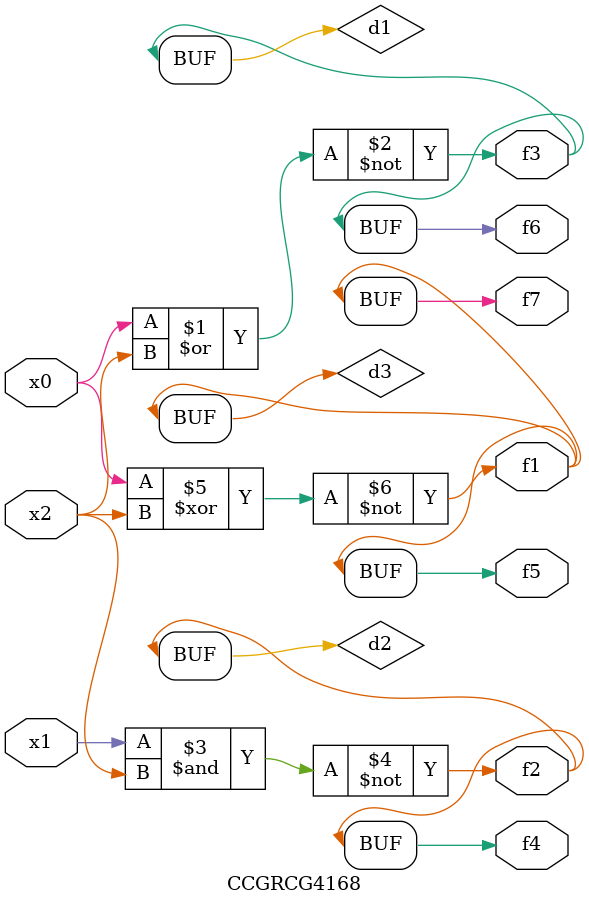
<source format=v>
module CCGRCG4168(
	input x0, x1, x2,
	output f1, f2, f3, f4, f5, f6, f7
);

	wire d1, d2, d3;

	nor (d1, x0, x2);
	nand (d2, x1, x2);
	xnor (d3, x0, x2);
	assign f1 = d3;
	assign f2 = d2;
	assign f3 = d1;
	assign f4 = d2;
	assign f5 = d3;
	assign f6 = d1;
	assign f7 = d3;
endmodule

</source>
